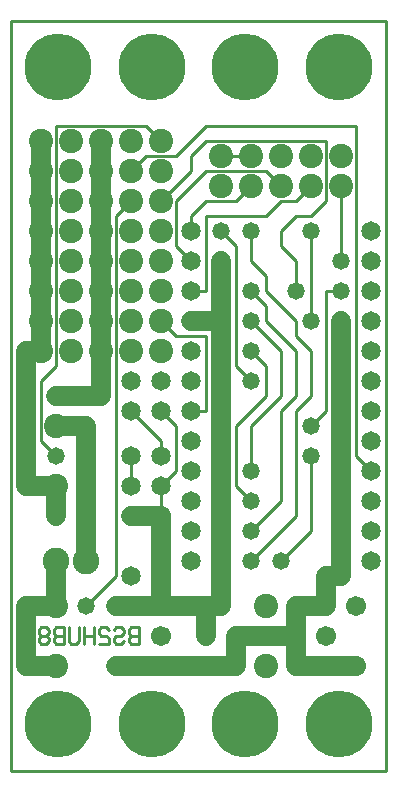
<source format=gbl>
%MOIN*%
%FSLAX25Y25*%
G04 D10 used for Character Trace; *
G04     Circle (OD=.01000) (No hole)*
G04 D11 used for Power Trace; *
G04     Circle (OD=.06700) (No hole)*
G04 D12 used for Signal Trace; *
G04     Circle (OD=.01100) (No hole)*
G04 D13 used for Via; *
G04     Circle (OD=.05800) (Round. Hole ID=.02800)*
G04 D14 used for Component hole; *
G04     Circle (OD=.06500) (Round. Hole ID=.03500)*
G04 D15 used for Component hole; *
G04     Circle (OD=.06700) (Round. Hole ID=.04300)*
G04 D16 used for Component hole; *
G04     Circle (OD=.08100) (Round. Hole ID=.05100)*
G04 D17 used for Component hole; *
G04     Circle (OD=.08900) (Round. Hole ID=.05900)*
G04 D18 used for Component hole; *
G04     Circle (OD=.11300) (Round. Hole ID=.08300)*
G04 D19 used for Component hole; *
G04     Circle (OD=.16000) (Round. Hole ID=.13000)*
G04 D20 used for Component hole; *
G04     Circle (OD=.18300) (Round. Hole ID=.15300)*
G04 D21 used for Component hole; *
G04     Circle (OD=.22291) (Round. Hole ID=.19291)*
%ADD10C,.01000*%
%ADD11C,.06700*%
%ADD12C,.01100*%
%ADD13C,.05800*%
%ADD14C,.06500*%
%ADD15C,.06700*%
%ADD16C,.08100*%
%ADD17C,.08900*%
%ADD18C,.11300*%
%ADD19C,.16000*%
%ADD20C,.18300*%
%ADD21C,.22291*%
%IPPOS*%
%LPD*%
G90*X0Y0D02*D21*X15625Y15625D03*D14*              
X35000Y35000D03*D11*X75000D01*Y45000D01*X95000D01*
Y35000D01*X115000D01*D15*D03*X105000Y45000D03*D11*
X95000D02*Y55000D01*X105000D01*Y65000D01*         
X110000D01*Y95000D01*D13*D03*D11*Y150000D01*D13*  
D03*D14*X120000Y140000D03*Y160000D03*D12*         
X100000Y125000D02*Y140000D01*X95000Y120000D02*    
X100000Y125000D01*X95000Y85000D02*Y120000D01*     
X80000Y70000D02*X95000Y85000D01*D13*              
X80000Y70000D03*X90000D03*D12*X100000Y80000D01*   
Y105000D01*D13*D03*Y115000D03*D12*                
X105000Y120000D01*Y160000D01*X110000D01*D13*D03*  
D14*X120000Y150000D03*Y170000D03*D13*             
X100000Y150000D03*D12*Y180000D01*D13*D03*D12*     
X90000D02*X95000Y185000D01*X90000Y175000D02*      
Y180000D01*X95000Y170000D02*X90000Y175000D01*     
X95000Y160000D02*Y170000D01*D13*Y160000D03*D12*   
Y140000D02*X85000Y150000D01*X95000Y125000D02*     
Y140000D01*X90000Y120000D02*X95000Y125000D01*     
X90000Y90000D02*Y120000D01*X80000Y80000D02*       
X90000Y90000D01*D13*X80000Y80000D03*Y90000D03*D12*
X75000Y95000D01*Y115000D01*X85000Y125000D01*      
Y135000D01*X80000Y140000D01*D13*D03*D12*          
Y130000D02*X75000Y135000D01*D13*X80000Y130000D03* 
D12*X75000Y135000D02*Y175000D01*X70000Y180000D01* 
D13*D03*D12*X65000Y160000D02*Y185000D01*          
X60000Y160000D02*X65000D01*D14*X60000D03*D11*     
X70000Y55000D02*Y150000D01*X65000Y55000D02*       
X70000D01*X65000Y45000D02*Y55000D01*D13*Y45000D03*
D11*X50000Y55000D02*X65000D01*X35000D02*X50000D01*
D14*X35000D03*X40000Y65000D03*D12*X25000Y55000D02*
X35000Y65000D01*D13*X25000Y55000D03*D12*          
X35000Y65000D02*Y185000D01*X40000Y190000D01*D16*  
D03*X50000Y180000D03*Y200000D03*X30000D03*D11*    
Y190000D01*D16*D03*D11*Y180000D01*D16*D03*D11*    
Y170000D01*D16*D03*D11*Y160000D01*D16*D03*D11*    
Y150000D01*D16*D03*D11*Y140000D01*D16*D03*D11*    
Y125000D01*X15000D01*D13*D03*D12*X10000Y110000D02*
Y130000D01*X15000Y105000D02*X10000Y110000D01*D13* 
X15000Y105000D03*D11*X25000Y70000D02*Y115000D01*  
D17*Y70000D03*X15000D03*D11*Y55000D01*D16*D03*D11*
X5000D01*Y35000D01*X15000D01*D16*D03*D10*         
X42511Y42129D02*Y47871D01*X40000D01*              
X39163Y46914D01*Y45957D01*X40000Y45000D01*        
X39163Y44043D01*Y43086D01*X40000Y42129D01*        
X42511D01*Y45000D02*X40000D01*X34163Y46914D02*    
X35000Y47871D01*X36674D01*X37511Y46914D01*        
Y45957D01*X36674Y45000D01*X35000D01*              
X34163Y44043D01*Y43086D01*X35000Y42129D01*        
X36674D01*X37511Y43086D01*X32511Y46914D02*        
X31674Y47871D01*X30000D01*X29163Y46914D01*        
Y45957D01*X30000Y45000D01*X31674D01*              
X32511Y44043D01*Y42129D01*X29163D01*X27511D02*    
Y47871D01*X24163Y42129D02*Y47871D01*              
X27511Y45000D02*X24163D01*X19163Y47871D02*        
Y43086D01*X20000Y42129D01*X21674D01*              
X22511Y43086D01*Y47871D01*X17511Y42129D02*        
Y47871D01*X15000D01*X14163Y46914D01*Y45957D01*    
X15000Y45000D01*X14163Y44043D01*Y43086D01*        
X15000Y42129D01*X17511D01*Y45000D02*X15000D01*    
X11674D02*X12511Y45957D01*Y46914D01*              
X11674Y47871D01*X10000D01*X9163Y46914D01*         
Y45957D01*X10000Y45000D01*X11674D01*              
X12511Y44043D01*Y43086D01*X11674Y42129D01*        
X10000D01*X9163Y43086D01*Y44043D01*               
X10000Y45000D01*D21*X46875Y15625D03*D12*X0Y0D02*  
X125000D01*Y250000D01*X0D01*Y0D01*D15*            
X50000Y45000D03*D11*Y55000D02*Y85000D01*D15*D03*  
D11*X40000D01*D14*D03*X50000Y95000D03*D12*        
Y85000D01*D14*X40000Y95000D03*D12*Y105000D01*D14* 
D03*D12*X50000Y95000D02*X55000Y100000D01*         
Y115000D01*X50000Y120000D01*D14*D03*              
X60000Y110000D03*Y130000D03*X40000D03*            
X60000Y120000D03*D12*X65000D01*Y145000D01*        
X55000D01*X50000Y150000D01*D16*D03*D14*           
X60000Y140000D03*D16*X40000Y160000D03*Y140000D03* 
D14*X60000Y150000D03*D11*X70000D01*Y170000D01*D13*
D03*X80000Y160000D03*D12*X85000Y155000D01*        
Y150000D01*D13*X80000D03*D12*X90000Y140000D01*    
Y125000D01*X80000Y115000D01*Y100000D01*D13*D03*   
D14*X60000Y80000D03*Y100000D03*Y90000D03*         
X50000Y130000D03*X60000Y70000D03*D12*             
X50000Y105000D02*Y110000D01*D14*Y105000D03*D12*   
Y110000D02*X40000Y120000D01*D14*D03*D11*          
X15000Y115000D02*X25000D01*D16*X15000D03*D12*     
X10000Y130000D02*X15000Y135000D01*Y215000D01*     
X45000D01*X50000Y210000D01*D16*D03*D12*           
X45000Y205000D02*X55000D01*X40000Y200000D02*      
X45000Y205000D01*D16*X40000Y200000D03*            
X50000Y190000D03*D12*X60000Y200000D01*Y205000D01* 
X65000Y210000D01*X105000D01*Y190000D01*           
X100000Y185000D01*X95000D01*X85000D02*            
X90000Y190000D01*X65000Y185000D02*X85000D01*D14*  
X60000Y180000D03*D12*Y185000D01*X65000Y190000D01* 
X75000D01*X80000Y195000D01*D16*D03*D12*X90000D02* 
X85000Y200000D01*D16*X90000Y195000D03*D12*        
Y190000D02*X95000D01*X100000Y195000D01*D16*D03*   
X110000Y205000D03*X90000D03*X110000Y195000D03*D12*
Y170000D01*D13*D03*D14*X120000Y180000D03*D12*     
X95000Y145000D02*Y150000D01*X100000Y140000D02*    
X95000Y145000D01*Y150000D02*X85000Y160000D01*     
Y165000D01*X80000Y170000D01*Y180000D01*D13*D03*   
D16*X70000Y195000D03*D12*X65000Y200000D02*        
X85000D01*X55000Y190000D02*X65000Y200000D01*      
X55000Y175000D02*Y190000D01*X60000Y170000D02*     
X55000Y175000D01*D14*X60000Y170000D03*D16*        
X50000Y160000D03*Y170000D03*X40000Y150000D03*     
Y180000D03*Y170000D03*D11*X30000Y200000D02*       
Y210000D01*D16*D03*X20000Y200000D03*              
X40000Y210000D03*X20000D03*X10000Y190000D03*D11*  
Y180000D01*D16*D03*D11*Y170000D01*D16*D03*D11*    
Y160000D01*D16*D03*D11*Y150000D01*D16*D03*D11*    
Y140000D01*D16*D03*D11*X5000D01*Y95000D01*        
X15000D01*D16*D03*D11*Y85000D01*D13*D03*D16*      
X50000Y140000D03*X20000D03*Y150000D03*            
X85000Y35000D03*Y55000D03*D21*X78125Y15625D03*D16*
X20000Y160000D03*Y170000D03*D21*X109375Y15625D03* 
D16*X20000Y180000D03*D15*X115000Y55000D03*D12*    
X120000Y100000D02*X115000Y105000D01*D14*          
X120000Y100000D03*D12*X115000Y105000D02*          
Y215000D01*X65000D01*X55000Y205000D01*D16*        
X70000D03*D12*X80000D01*D16*D03*X100000D03*D21*   
X109375Y234375D03*X78125D03*X46875D03*D16*        
X20000Y190000D03*D21*X15625Y234375D03*D16*        
X10000Y210000D03*D11*Y200000D01*D16*D03*D11*      
Y190000D01*D14*X120000Y80000D03*Y90000D03*        
Y110000D03*Y120000D03*Y130000D03*Y70000D03*M02*   

</source>
